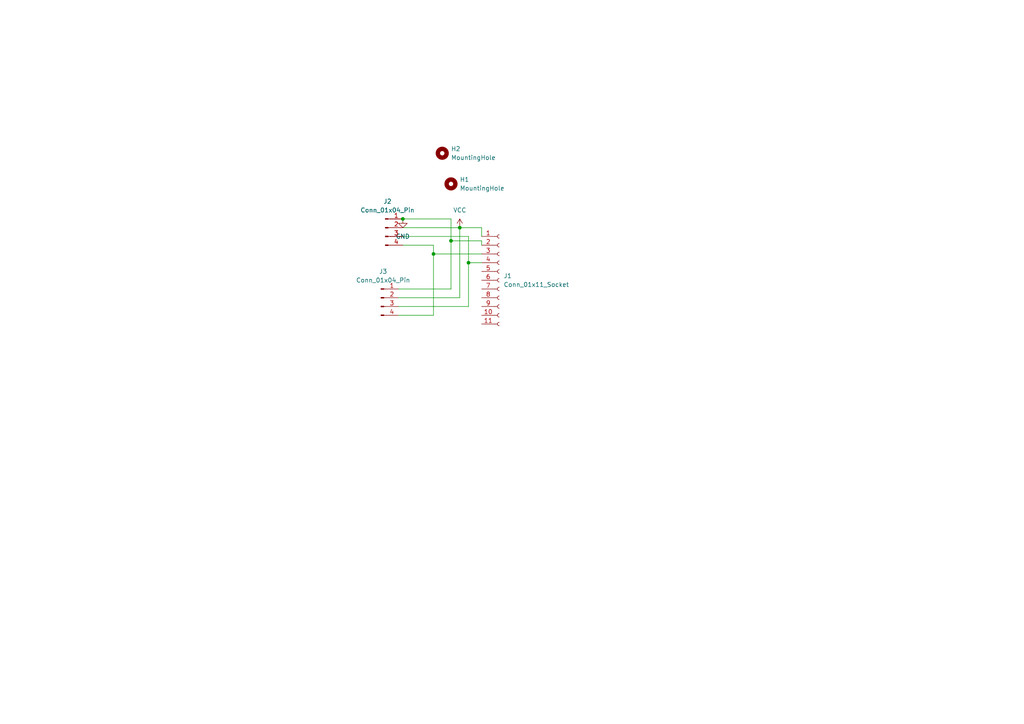
<source format=kicad_sch>
(kicad_sch (version 20250114) (generator "eeschema") (generator_version "9.0")
  (paper "A4")
  (lib_symbols
    (symbol "Connector:Conn_01x04_Pin" (pin_names (offset 1.016) (hide yes))
      (property "Reference" "J" (at 0 5.08 0))
      (property "Value" "Conn_01x04_Pin" (at 0 -7.62 0))
      (symbol "Conn_01x04_Pin_1_1"
        (rectangle (start 0.8636 2.667) (end 0 2.413) (stroke (width 0.1524)) (fill (type outline)))
        (rectangle (start 0.8636 0.127) (end 0 -0.127) (stroke (width 0.1524)) (fill (type outline)))
        (rectangle (start 0.8636 -2.413) (end 0 -2.667) (stroke (width 0.1524)) (fill (type outline)))
        (rectangle (start 0.8636 -4.953) (end 0 -5.207) (stroke (width 0.1524)) (fill (type outline)))
        (polyline (pts (xy 1.27 2.54) (xy 0.8636 2.54)) (stroke (width 0.1524)))
        (polyline (pts (xy 1.27 0) (xy 0.8636 0)) (stroke (width 0.1524)))
        (polyline (pts (xy 1.27 -2.54) (xy 0.8636 -2.54)) (stroke (width 0.1524)))
        (polyline (pts (xy 1.27 -5.08) (xy 0.8636 -5.08)) (stroke (width 0.1524)))
        (pin passive line (at 5.08 2.54 180) (length 3.81) (name "Pin_1") (number "1"))
        (pin passive line (at 5.08 0 180) (length 3.81) (name "Pin_2") (number "2"))
        (pin passive line (at 5.08 -2.54 180) (length 3.81) (name "Pin_3") (number "3"))
        (pin passive line (at 5.08 -5.08 180) (length 3.81) (name "Pin_4") (number "4"))
      )
    )
    (symbol "Connector:Conn_01x11_Socket" (pin_names (offset 1.016) (hide yes))
      (property "Reference" "J" (at 0 15.24 0))
      (property "Value" "Conn_01x11_Socket" (at 0 -15.24 0))
      (symbol "Conn_01x11_Socket_1_1"
        (polyline (pts (xy -1.27 12.7) (xy -0.508 12.7)) (stroke (width 0.1524)))
        (polyline (pts (xy -1.27 10.16) (xy -0.508 10.16)) (stroke (width 0.1524)))
        (polyline (pts (xy -1.27 7.62) (xy -0.508 7.62)) (stroke (width 0.1524)))
        (polyline (pts (xy -1.27 5.08) (xy -0.508 5.08)) (stroke (width 0.1524)))
        (polyline (pts (xy -1.27 2.54) (xy -0.508 2.54)) (stroke (width 0.1524)))
        (polyline (pts (xy -1.27 0) (xy -0.508 0)) (stroke (width 0.1524)))
        (polyline (pts (xy -1.27 -2.54) (xy -0.508 -2.54)) (stroke (width 0.1524)))
        (polyline (pts (xy -1.27 -5.08) (xy -0.508 -5.08)) (stroke (width 0.1524)))
        (polyline (pts (xy -1.27 -7.62) (xy -0.508 -7.62)) (stroke (width 0.1524)))
        (polyline (pts (xy -1.27 -10.16) (xy -0.508 -10.16)) (stroke (width 0.1524)))
        (polyline (pts (xy -1.27 -12.7) (xy -0.508 -12.7)) (stroke (width 0.1524)))
        (arc (start 0 12.192) (mid -0.5058 12.7) (end 0 13.208) (stroke (width 0.1524)))
        (arc (start 0 9.652) (mid -0.5058 10.16) (end 0 10.668) (stroke (width 0.1524)))
        (arc (start 0 7.112) (mid -0.5058 7.62) (end 0 8.128) (stroke (width 0.1524)))
        (arc (start 0 4.572) (mid -0.5058 5.08) (end 0 5.588) (stroke (width 0.1524)))
        (arc (start 0 2.032) (mid -0.5058 2.54) (end 0 3.048) (stroke (width 0.1524)))
        (arc (start 0 -0.508) (mid -0.5058 0) (end 0 0.508) (stroke (width 0.1524)))
        (arc (start 0 -3.048) (mid -0.5058 -2.54) (end 0 -2.032) (stroke (width 0.1524)))
        (arc (start 0 -5.588) (mid -0.5058 -5.08) (end 0 -4.572) (stroke (width 0.1524)))
        (arc (start 0 -8.128) (mid -0.5058 -7.62) (end 0 -7.112) (stroke (width 0.1524)))
        (arc (start 0 -10.668) (mid -0.5058 -10.16) (end 0 -9.652) (stroke (width 0.1524)))
        (arc (start 0 -13.208) (mid -0.5058 -12.7) (end 0 -12.192) (stroke (width 0.1524)))
        (pin passive line (at -5.08 12.7 0) (length 3.81) (name "Pin_1") (number "1"))
        (pin passive line (at -5.08 10.16 0) (length 3.81) (name "Pin_2") (number "2"))
        (pin passive line (at -5.08 7.62 0) (length 3.81) (name "Pin_3") (number "3"))
        (pin passive line (at -5.08 5.08 0) (length 3.81) (name "Pin_4") (number "4"))
        (pin passive line (at -5.08 2.54 0) (length 3.81) (name "Pin_5") (number "5"))
        (pin passive line (at -5.08 0 0) (length 3.81) (name "Pin_6") (number "6"))
        (pin passive line (at -5.08 -2.54 0) (length 3.81) (name "Pin_7") (number "7"))
        (pin passive line (at -5.08 -5.08 0) (length 3.81) (name "Pin_8") (number "8"))
        (pin passive line (at -5.08 -7.62 0) (length 3.81) (name "Pin_9") (number "9"))
        (pin passive line (at -5.08 -10.16 0) (length 3.81) (name "Pin_10") (number "10"))
        (pin passive line (at -5.08 -12.7 0) (length 3.81) (name "Pin_11") (number "11"))
      )
    )
    (symbol "Mechanical:MountingHole" (pin_names (offset 1.016)) (in_bom no)
      (property "Reference" "H" (at 0 5.08 0))
      (property "Value" "MountingHole" (at 0 3.175 0))
      (symbol "MountingHole_0_1"
        (circle (center 0 0) (radius 1.27) (stroke (width 1.27)))
      )
    )
    (symbol "power:GND" (power) (pin_numbers (hide yes)) (pin_names (offset 0) (hide yes))
      (property "Value" "GND" (at 0 -3.81 0))
      (symbol "GND_0_1"
        (polyline (pts (xy 0 0) (xy 0 -1.27) (xy 1.27 -1.27) (xy 0 -2.54) (xy -1.27 -1.27) (xy 0 -1.27)))
      )
      (symbol "GND_1_1"
        (pin power_in line (at 0 0 270) (length 0) (name "~") (number "1"))
      )
    )
    (symbol "power:VCC" (power) (pin_numbers (hide yes)) (pin_names (offset 0) (hide yes))
      (property "Value" "VCC" (at 0 3.556 0))
      (symbol "VCC_0_1"
        (polyline (pts (xy -0.762 1.27) (xy 0 2.54)))
        (polyline (pts (xy 0 2.54) (xy 0.762 1.27)))
        (polyline (pts (xy 0 0) (xy 0 2.54)))
      )
      (symbol "VCC_1_1"
        (pin power_in line (at 0 0 90) (length 0) (name "~") (number "1"))
      )
    )
  )
  (junction (at 130.81 69.85))
  (junction (at 135.89 76.2))
  (junction (at 133.35 66.04))
  (junction (at 125.73 73.66))
  (junction (at 116.84 63.5))
  (wire (pts (xy 139.7 66.04) (xy 139.7 68.58)))
  (wire (pts (xy 130.81 63.5) (xy 130.81 69.85)))
  (wire (pts (xy 133.35 66.04) (xy 133.35 86.36)))
  (wire (pts (xy 116.84 63.5) (xy 130.81 63.5)))
  (wire (pts (xy 125.73 71.12) (xy 125.73 73.66)))
  (wire (pts (xy 135.89 76.2) (xy 139.7 76.2)))
  (wire (pts (xy 130.81 69.85) (xy 139.7 69.85)))
  (wire (pts (xy 133.35 66.04) (xy 139.7 66.04)))
  (wire (pts (xy 135.89 68.58) (xy 135.89 76.2)))
  (wire (pts (xy 139.7 69.85) (xy 139.7 71.12)))
  (wire (pts (xy 125.73 73.66) (xy 125.73 91.44)))
  (wire (pts (xy 116.84 71.12) (xy 125.73 71.12)))
  (wire (pts (xy 116.84 68.58) (xy 135.89 68.58)))
  (wire (pts (xy 115.57 86.36) (xy 133.35 86.36)))
  (wire (pts (xy 135.89 88.9) (xy 115.57 88.9)))
  (wire (pts (xy 130.81 69.85) (xy 130.81 83.82)))
  (wire (pts (xy 125.73 73.66) (xy 139.7 73.66)))
  (wire (pts (xy 116.84 66.04) (xy 133.35 66.04)))
  (wire (pts (xy 135.89 76.2) (xy 135.89 88.9)))
  (wire (pts (xy 115.57 83.82) (xy 130.81 83.82)))
  (wire (pts (xy 115.57 91.44) (xy 125.73 91.44)))
  (symbol (lib_id "Connector:Conn_01x11_Socket") (at 144.78 81.28 0) (unit 1)
    (property "Reference" "J1" (at 146.05 80.0099 0) (effects (justify left)))
    (property "Value" "Conn_01x11_Socket" (at 146.05 82.5499 0) (effects (justify left)))
    (property "Footprint" "Connector_PinHeader_2.54mm:PinHeader_1x11_P2.54mm_Vertical" (effects (hide yes)))
    (property "Description" "Generic connector, single row, 01x11, script generated" (effects (hide yes)))
  )
  (symbol (lib_id "power:GND") (at 116.84 63.5 0) (unit 1)
    (property "Reference" "#PWR01" (effects (hide yes)))
    (property "Value" "GND" (at 116.84 68.58 0))
    (property "Description" "Power symbol creates a global label with name \"GND\" , ground" (effects (hide yes)))
  )
  (symbol (lib_id "Connector:Conn_01x04_Pin") (at 111.76 66.04 0) (unit 1)
    (property "Reference" "J2" (at 112.395 58.42 0))
    (property "Value" "Conn_01x04_Pin" (at 112.395 60.96 0))
    (property "Footprint" "Connector_JST:JST_SH_SM04B-SRSS-TB_1x04-1MP_P1.00mm_Horizontal" (effects (hide yes)))
    (property "Description" "Generic connector, single row, 01x04, script generated" (effects (hide yes)))
  )
  (symbol (lib_id "Connector:Conn_01x04_Pin") (at 110.49 86.36 0) (unit 1)
    (property "Reference" "J3" (at 111.125 78.74 0))
    (property "Value" "Conn_01x04_Pin" (at 111.125 81.28 0))
    (property "Footprint" "Connector_JST:JST_SH_SM04B-SRSS-TB_1x04-1MP_P1.00mm_Horizontal" (effects (hide yes)))
    (property "Description" "Generic connector, single row, 01x04, script generated" (effects (hide yes)))
  )
  (symbol (lib_id "power:VCC") (at 133.35 66.04 0) (unit 1)
    (property "Reference" "#PWR02" (effects (hide yes)))
    (property "Value" "VCC" (at 133.35 60.96 0))
    (property "Description" "Power symbol creates a global label with name \"VCC\"" (effects (hide yes)))
  )
  (symbol (lib_id "Mechanical:MountingHole") (at 130.81 53.34 0) (unit 1) (in_bom no)
    (property "Reference" "H1" (at 133.35 52.0699 0) (effects (justify left)))
    (property "Value" "MountingHole" (at 133.35 54.6099 0) (effects (justify left)))
    (property "Footprint" "MountingHole:MountingHole_3.2mm_M3" (effects (hide yes)))
    (property "Description" "Mounting Hole without connection" (effects (hide yes)))
  )
  (symbol (lib_id "Mechanical:MountingHole") (at 128.27 44.45 0) (unit 1) (in_bom no)
    (property "Reference" "H2" (at 130.81 43.1799 0) (effects (justify left)))
    (property "Value" "MountingHole" (at 130.81 45.7199 0) (effects (justify left)))
    (property "Footprint" "MountingHole:MountingHole_3.2mm_M3" (effects (hide yes)))
    (property "Description" "Mounting Hole without connection" (effects (hide yes)))
  )
)
</source>
